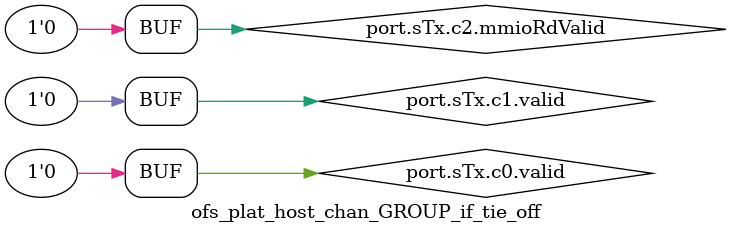
<source format=sv>



`include "ofs_plat_if.vh"

module ofs_plat_host_chan_GROUP_if_tie_off
   (
    ofs_plat_host_ccip_if.to_fiu port
    );

    always_comb
    begin
        port.sTx.c0.valid = 1'b0;
        port.sTx.c1.valid = 1'b0;
        port.sTx.c2.mmioRdValid = 1'b0;
    end

endmodule // ofs_plat_host_chan_if_tie_off

</source>
